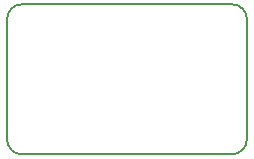
<source format=gbr>
G04 #@! TF.GenerationSoftware,KiCad,Pcbnew,(5.0.0)*
G04 #@! TF.CreationDate,2019-11-12T22:58:01-06:00*
G04 #@! TF.ProjectId,TC2050,5443323035302E6B696361645F706362,rev?*
G04 #@! TF.SameCoordinates,Original*
G04 #@! TF.FileFunction,Profile,NP*
%FSLAX46Y46*%
G04 Gerber Fmt 4.6, Leading zero omitted, Abs format (unit mm)*
G04 Created by KiCad (PCBNEW (5.0.0)) date 11/12/19 22:58:01*
%MOMM*%
%LPD*%
G01*
G04 APERTURE LIST*
%ADD10C,0.150000*%
G04 APERTURE END LIST*
D10*
X110490000Y-71120000D02*
G75*
G02X109220000Y-69850000I0J1270000D01*
G01*
X129540000Y-69850000D02*
G75*
G02X128270000Y-71120000I-1270000J0D01*
G01*
X128270000Y-58420000D02*
G75*
G02X129540000Y-59690000I0J-1270000D01*
G01*
X109220000Y-59690000D02*
G75*
G02X110490000Y-58420000I1270000J0D01*
G01*
X109220000Y-69850000D02*
X109220000Y-59690000D01*
X128270000Y-71120000D02*
X110490000Y-71120000D01*
X129540000Y-59690000D02*
X129540000Y-69850000D01*
X110490000Y-58420000D02*
X128270000Y-58420000D01*
M02*

</source>
